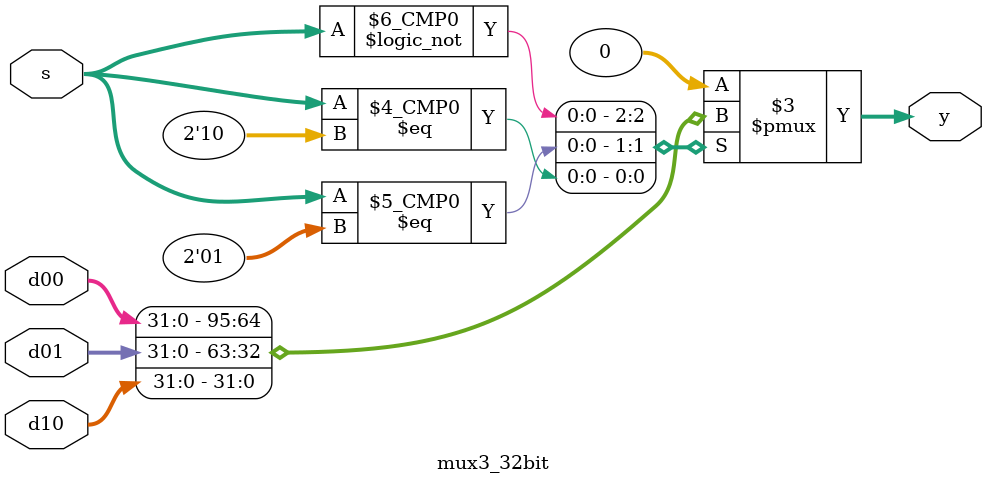
<source format=v>
module mux3_32bit(d00, d01, d10, s, y);
	input [31:0] d00, d01, d10;
	input [1:0] s;
	output reg [31:0] y;	
	
	always@(s)
	begin
		case(s)
			2'b00: y <= d00;
			2'b01: y <= d01;
			2'b10: y <= d10;
			default: y <= 32'h0;
		endcase
	end
endmodule

</source>
